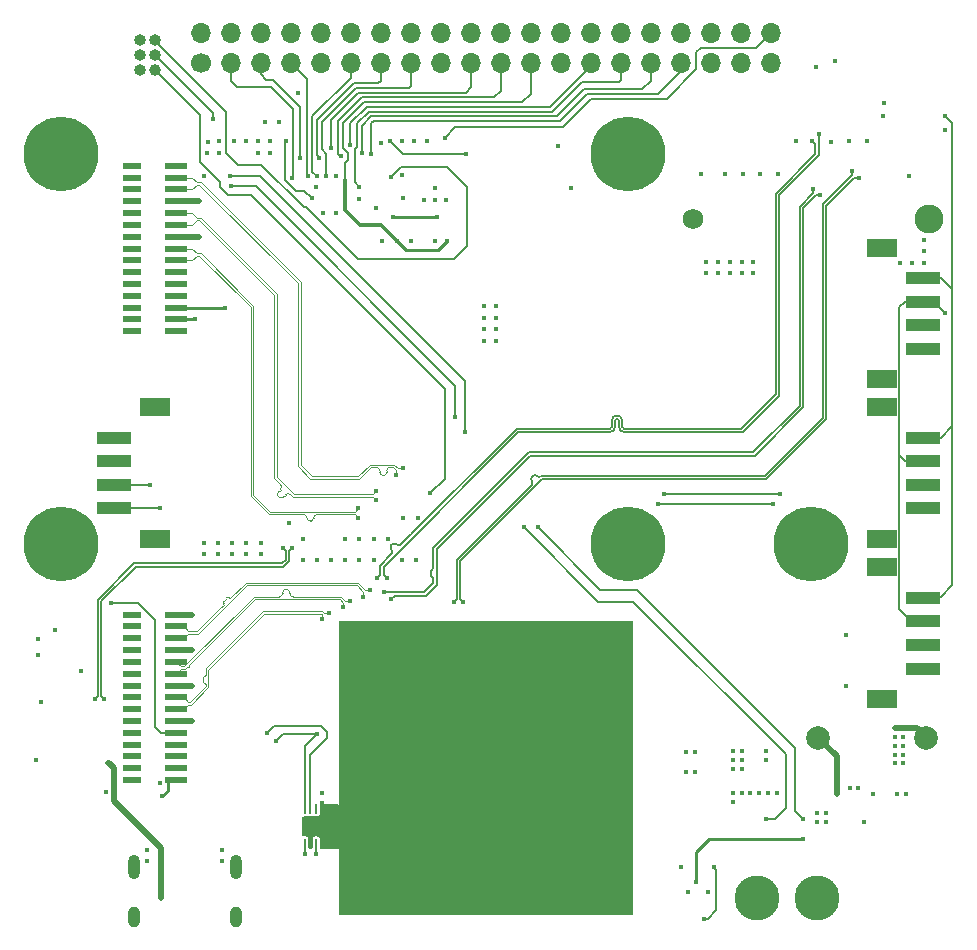
<source format=gbr>
%TF.GenerationSoftware,KiCad,Pcbnew,7.0.1*%
%TF.CreationDate,2023-05-02T11:52:01+02:00*%
%TF.ProjectId,Payload_cm4_23,5061796c-6f61-4645-9f63-6d345f32332e,rev?*%
%TF.SameCoordinates,Original*%
%TF.FileFunction,Copper,L4,Bot*%
%TF.FilePolarity,Positive*%
%FSLAX46Y46*%
G04 Gerber Fmt 4.6, Leading zero omitted, Abs format (unit mm)*
G04 Created by KiCad (PCBNEW 7.0.1) date 2023-05-02 11:52:01*
%MOMM*%
%LPD*%
G01*
G04 APERTURE LIST*
G04 Aperture macros list*
%AMRoundRect*
0 Rectangle with rounded corners*
0 $1 Rounding radius*
0 $2 $3 $4 $5 $6 $7 $8 $9 X,Y pos of 4 corners*
0 Add a 4 corners polygon primitive as box body*
4,1,4,$2,$3,$4,$5,$6,$7,$8,$9,$2,$3,0*
0 Add four circle primitives for the rounded corners*
1,1,$1+$1,$2,$3*
1,1,$1+$1,$4,$5*
1,1,$1+$1,$6,$7*
1,1,$1+$1,$8,$9*
0 Add four rect primitives between the rounded corners*
20,1,$1+$1,$2,$3,$4,$5,0*
20,1,$1+$1,$4,$5,$6,$7,0*
20,1,$1+$1,$6,$7,$8,$9,0*
20,1,$1+$1,$8,$9,$2,$3,0*%
G04 Aperture macros list end*
%TA.AperFunction,ComponentPad*%
%ADD10C,6.330000*%
%TD*%
%TA.AperFunction,ComponentPad*%
%ADD11C,1.000000*%
%TD*%
%TA.AperFunction,ComponentPad*%
%ADD12O,1.000000X1.000000*%
%TD*%
%TA.AperFunction,ComponentPad*%
%ADD13C,1.700000*%
%TD*%
%TA.AperFunction,ComponentPad*%
%ADD14O,1.700000X1.700000*%
%TD*%
%TA.AperFunction,SMDPad,CuDef*%
%ADD15R,25.000000X25.000000*%
%TD*%
%TA.AperFunction,ComponentPad*%
%ADD16C,1.750000*%
%TD*%
%TA.AperFunction,ComponentPad*%
%ADD17C,2.450000*%
%TD*%
%TA.AperFunction,ComponentPad*%
%ADD18O,1.000000X2.100000*%
%TD*%
%TA.AperFunction,ComponentPad*%
%ADD19O,1.000000X1.800000*%
%TD*%
%TA.AperFunction,ComponentPad*%
%ADD20C,3.800000*%
%TD*%
%TA.AperFunction,SMDPad,CuDef*%
%ADD21C,2.000000*%
%TD*%
%TA.AperFunction,SMDPad,CuDef*%
%ADD22R,3.000000X1.000000*%
%TD*%
%TA.AperFunction,SMDPad,CuDef*%
%ADD23R,2.600000X1.550000*%
%TD*%
%TA.AperFunction,SMDPad,CuDef*%
%ADD24RoundRect,0.062500X-0.062500X0.337500X-0.062500X-0.337500X0.062500X-0.337500X0.062500X0.337500X0*%
%TD*%
%TA.AperFunction,SMDPad,CuDef*%
%ADD25R,1.400000X1.700000*%
%TD*%
%TA.AperFunction,SMDPad,CuDef*%
%ADD26R,1.850000X0.600000*%
%TD*%
%TA.AperFunction,SMDPad,CuDef*%
%ADD27R,1.650000X0.600000*%
%TD*%
%TA.AperFunction,ViaPad*%
%ADD28C,0.500000*%
%TD*%
%TA.AperFunction,ViaPad*%
%ADD29C,0.450000*%
%TD*%
%TA.AperFunction,Conductor*%
%ADD30C,0.200000*%
%TD*%
%TA.AperFunction,Conductor*%
%ADD31C,0.175006*%
%TD*%
%TA.AperFunction,Conductor*%
%ADD32C,0.125984*%
%TD*%
%TA.AperFunction,Conductor*%
%ADD33C,0.500000*%
%TD*%
%TA.AperFunction,Conductor*%
%ADD34C,0.293370*%
%TD*%
%TA.AperFunction,Conductor*%
%ADD35C,0.300000*%
%TD*%
G04 APERTURE END LIST*
D10*
%TO.P,H4,1*%
%TO.N,N/C*%
X113300000Y-70100000D03*
%TD*%
D11*
%TO.P,J6,1,Pin_1*%
%TO.N,/Compute Module 4/USB_OTG_ID*%
X121300000Y-30000000D03*
D12*
%TO.P,J6,2,Pin_2*%
%TO.N,GND*%
X120030000Y-30000000D03*
%TO.P,J6,3,Pin_3*%
%TO.N,/Compute Module 4/BOOT*%
X121300000Y-28730000D03*
%TO.P,J6,4,Pin_4*%
%TO.N,GND*%
X120030000Y-28730000D03*
%TO.P,J6,5,Pin_5*%
%TO.N,/Compute Module 4/EEPROM_nWP*%
X121300000Y-27460000D03*
%TO.P,J6,6,Pin_6*%
%TO.N,GND*%
X120030000Y-27460000D03*
%TD*%
D13*
%TO.P,J5,1,Pin_1*%
%TO.N,/3V3_LP*%
X125175000Y-29375000D03*
D14*
%TO.P,J5,2,Pin_2*%
%TO.N,/Compute Module 4/5V*%
X125175000Y-26835000D03*
%TO.P,J5,3,Pin_3*%
%TO.N,/Compute Module 4/GPIO2*%
X127715000Y-29375000D03*
%TO.P,J5,4,Pin_4*%
%TO.N,/Compute Module 4/5V*%
X127715000Y-26835000D03*
%TO.P,J5,5,Pin_5*%
%TO.N,/Compute Module 4/GPIO3*%
X130255000Y-29375000D03*
%TO.P,J5,6,Pin_6*%
%TO.N,GND*%
X130255000Y-26835000D03*
%TO.P,J5,7,Pin_7*%
%TO.N,/Compute Module 4/GPIO4*%
X132795000Y-29375000D03*
%TO.P,J5,8,Pin_8*%
%TO.N,/Compute Module 4/GPIO14*%
X132795000Y-26835000D03*
%TO.P,J5,9,Pin_9*%
%TO.N,GND*%
X135335000Y-29375000D03*
%TO.P,J5,10,Pin_10*%
%TO.N,/Compute Module 4/GPIO15*%
X135335000Y-26835000D03*
%TO.P,J5,11,Pin_11*%
%TO.N,/Compute Module 4/GPIO17*%
X137875000Y-29375000D03*
%TO.P,J5,12,Pin_12*%
%TO.N,/Compute Module 4/GPIO18*%
X137875000Y-26835000D03*
%TO.P,J5,13,Pin_13*%
%TO.N,/Compute Module 4/GPIO27*%
X140415000Y-29375000D03*
%TO.P,J5,14,Pin_14*%
%TO.N,GND*%
X140415000Y-26835000D03*
%TO.P,J5,15,Pin_15*%
%TO.N,/Compute Module 4/GPIO22*%
X142955000Y-29375000D03*
%TO.P,J5,16,Pin_16*%
%TO.N,/Compute Module 4/GPIO23*%
X142955000Y-26835000D03*
%TO.P,J5,17,Pin_17*%
%TO.N,/3V3_LP*%
X145495000Y-29375000D03*
%TO.P,J5,18,Pin_18*%
%TO.N,/Compute Module 4/GPIO24*%
X145495000Y-26835000D03*
%TO.P,J5,19,Pin_19*%
%TO.N,/Compute Module 4/GPIO10*%
X148035000Y-29375000D03*
%TO.P,J5,20,Pin_20*%
%TO.N,GND*%
X148035000Y-26835000D03*
%TO.P,J5,21,Pin_21*%
%TO.N,/Compute Module 4/GPIO9*%
X150575000Y-29375000D03*
%TO.P,J5,22,Pin_22*%
%TO.N,/Compute Module 4/GPIO25*%
X150575000Y-26835000D03*
%TO.P,J5,23,Pin_23*%
%TO.N,/Compute Module 4/GPIO11*%
X153115000Y-29375000D03*
%TO.P,J5,24,Pin_24*%
%TO.N,/Compute Module 4/GPIO8*%
X153115000Y-26835000D03*
%TO.P,J5,25,Pin_25*%
%TO.N,GND*%
X155655000Y-29375000D03*
%TO.P,J5,26,Pin_26*%
%TO.N,/Compute Module 4/GPIO7*%
X155655000Y-26835000D03*
%TO.P,J5,27,Pin_27*%
%TO.N,/Compute Module 4/ID_SDA*%
X158195000Y-29375000D03*
%TO.P,J5,28,Pin_28*%
%TO.N,/Compute Module 4/ID_SCL*%
X158195000Y-26835000D03*
%TO.P,J5,29,Pin_29*%
%TO.N,/Compute Module 4/GPIO5*%
X160735000Y-29375000D03*
%TO.P,J5,30,Pin_30*%
%TO.N,GND*%
X160735000Y-26835000D03*
%TO.P,J5,31,Pin_31*%
%TO.N,/Compute Module 4/GPIO6*%
X163275000Y-29375000D03*
%TO.P,J5,32,Pin_32*%
%TO.N,/Compute Module 4/GPIO12*%
X163275000Y-26835000D03*
%TO.P,J5,33,Pin_33*%
%TO.N,/Compute Module 4/GPIO13*%
X165815000Y-29375000D03*
%TO.P,J5,34,Pin_34*%
%TO.N,GND*%
X165815000Y-26835000D03*
%TO.P,J5,35,Pin_35*%
%TO.N,/Compute Module 4/GPIO19*%
X168355000Y-29375000D03*
%TO.P,J5,36,Pin_36*%
%TO.N,/Compute Module 4/GPIO16*%
X168355000Y-26835000D03*
%TO.P,J5,37,Pin_37*%
%TO.N,/Compute Module 4/GPIO26*%
X170895000Y-29375000D03*
%TO.P,J5,38,Pin_38*%
%TO.N,/Compute Module 4/GPIO20*%
X170895000Y-26835000D03*
%TO.P,J5,39,Pin_39*%
%TO.N,GND*%
X173435000Y-29375000D03*
%TO.P,J5,40,Pin_40*%
%TO.N,/Compute Module 4/GPIO21*%
X173435000Y-26835000D03*
%TD*%
D15*
%TO.P,HS1,1*%
%TO.N,GND*%
X149300000Y-89100000D03*
%TD*%
D10*
%TO.P,H1,1*%
%TO.N,N/C*%
X161300000Y-37100000D03*
%TD*%
%TO.P,H9,1*%
%TO.N,N/C*%
X176800000Y-70100000D03*
%TD*%
D16*
%TO.P,J4,MH1*%
%TO.N,N/C*%
X166800000Y-42600000D03*
D17*
%TO.P,J4,MH2*%
X186800000Y-42600000D03*
%TD*%
D10*
%TO.P,H3,1*%
%TO.N,N/C*%
X161300000Y-70100000D03*
%TD*%
D18*
%TO.P,J1,S1,SHIELD*%
%TO.N,unconnected-(J1-SHIELD-PadS1)*%
X119480000Y-97495000D03*
D19*
X119480000Y-101675000D03*
D18*
X128120000Y-97495000D03*
D19*
X128120000Y-101675000D03*
%TD*%
D20*
%TO.P,J11,1,Pin_1*%
%TO.N,GND*%
X177300000Y-100100000D03*
%TO.P,J11,2,Pin_2*%
%TO.N,/Power/XT30_SUPPLY*%
X172300000Y-100100000D03*
%TD*%
D10*
%TO.P,H2,1*%
%TO.N,N/C*%
X113300000Y-37100000D03*
%TD*%
D21*
%TO.P,TP3,1,1*%
%TO.N,/3V3_HP*%
X186600000Y-86500000D03*
%TD*%
D22*
%TO.P,J10,1,Pin_1*%
%TO.N,/Compute Module 4/GPIO3*%
X186289160Y-74675000D03*
%TO.P,J10,2,Pin_2*%
%TO.N,/Compute Module 4/GPIO2*%
X186289160Y-76675000D03*
%TO.P,J10,3,Pin_3*%
%TO.N,Net-(J10-Pin_3)*%
X186289160Y-78675000D03*
%TO.P,J10,4,Pin_4*%
%TO.N,GND*%
X186289160Y-80675000D03*
D23*
%TO.P,J10,5*%
%TO.N,N/C*%
X182800000Y-72100000D03*
%TO.P,J10,6*%
X182800000Y-83250000D03*
%TD*%
D22*
%TO.P,J9,1,Pin_1*%
%TO.N,/Compute Module 4/GPIO3*%
X186300000Y-61100000D03*
%TO.P,J9,2,Pin_2*%
%TO.N,/Compute Module 4/GPIO2*%
X186300000Y-63100000D03*
%TO.P,J9,3,Pin_3*%
%TO.N,Net-(J9-Pin_3)*%
X186300000Y-65100000D03*
%TO.P,J9,4,Pin_4*%
%TO.N,GND*%
X186300000Y-67100000D03*
D23*
%TO.P,J9,5*%
%TO.N,N/C*%
X182810840Y-58525000D03*
%TO.P,J9,6*%
X182810840Y-69675000D03*
%TD*%
D24*
%TO.P,U6,1,SDA*%
%TO.N,/Compute Module 4/GPIO2*%
X133950000Y-92575000D03*
%TO.P,U6,2,SCL*%
%TO.N,/Compute Module 4/GPIO3*%
X134450000Y-92575000D03*
%TO.P,U6,3,Alert*%
%TO.N,unconnected-(U6-Alert-Pad3)*%
X134950000Y-92575000D03*
%TO.P,U6,4,GND*%
%TO.N,GND*%
X135450000Y-92575000D03*
%TO.P,U6,5,A2*%
X135450000Y-95475000D03*
%TO.P,U6,6,A1*%
%TO.N,/3V3_LP*%
X134950000Y-95475000D03*
%TO.P,U6,7,A0*%
%TO.N,GND*%
X134450000Y-95475000D03*
%TO.P,U6,8,V_{DD}*%
%TO.N,/3V3_LP*%
X133950000Y-95475000D03*
D25*
%TO.P,U6,9,EP/GND*%
%TO.N,GND*%
X134700000Y-94025000D03*
%TD*%
D21*
%TO.P,TP2,1,1*%
%TO.N,/Compute Module 4/5V*%
X177400000Y-86500000D03*
%TD*%
D22*
%TO.P,J8,1,Pin_1*%
%TO.N,/Compute Module 4/GPIO3*%
X186300000Y-47600000D03*
%TO.P,J8,2,Pin_2*%
%TO.N,/Compute Module 4/GPIO2*%
X186300000Y-49600000D03*
%TO.P,J8,3,Pin_3*%
%TO.N,/3V3_LP*%
X186300000Y-51600000D03*
%TO.P,J8,4,Pin_4*%
%TO.N,GND*%
X186300000Y-53600000D03*
D23*
%TO.P,J8,5*%
%TO.N,N/C*%
X182810840Y-45025000D03*
%TO.P,J8,6*%
X182810840Y-56175000D03*
%TD*%
D22*
%TO.P,J7,1,Pin_1*%
%TO.N,/Compute Module 4/GPIO3*%
X117800000Y-67100000D03*
%TO.P,J7,2,Pin_2*%
%TO.N,/Compute Module 4/GPIO2*%
X117800000Y-65100000D03*
%TO.P,J7,3,Pin_3*%
%TO.N,/3V3_LP*%
X117800000Y-63100000D03*
%TO.P,J7,4,Pin_4*%
%TO.N,GND*%
X117800000Y-61100000D03*
D23*
%TO.P,J7,5*%
%TO.N,N/C*%
X121289160Y-69675000D03*
%TO.P,J7,6*%
X121289160Y-58525000D03*
%TD*%
D26*
%TO.P,J2,1,Pin_1*%
%TO.N,GND*%
X123100000Y-76100000D03*
%TO.P,J2,2,Pin_2*%
%TO.N,/Compute Module 4/CAM0_D0_N*%
X123100000Y-77100000D03*
%TO.P,J2,3,Pin_3*%
%TO.N,/Compute Module 4/CAM0_D0_P*%
X123100000Y-78100000D03*
%TO.P,J2,4,Pin_4*%
%TO.N,GND*%
X123100000Y-79100000D03*
%TO.P,J2,5,Pin_5*%
%TO.N,/Compute Module 4/CAM0_D1_N*%
X123100000Y-80100000D03*
%TO.P,J2,6,Pin_6*%
%TO.N,/Compute Module 4/CAM0_D1_P*%
X123100000Y-81100000D03*
%TO.P,J2,7,Pin_7*%
%TO.N,GND*%
X123100000Y-82100000D03*
%TO.P,J2,8,Pin_8*%
%TO.N,/Compute Module 4/CAM0_C_N*%
X123100000Y-83100000D03*
%TO.P,J2,9,Pin_9*%
%TO.N,/Compute Module 4/CAM0_C_P*%
X123100000Y-84100000D03*
%TO.P,J2,10,Pin_10*%
%TO.N,GND*%
X123100000Y-85100000D03*
%TO.P,J2,11,Pin_11*%
%TO.N,/Compute Module 4/CAM_GPIO*%
X123100000Y-86100000D03*
%TO.P,J2,12,Pin_12*%
%TO.N,unconnected-(J2-Pin_12-Pad12)*%
X123100000Y-87100000D03*
%TO.P,J2,13,Pin_13*%
%TO.N,/Compute Module 4/ID_SCL*%
X123100000Y-88100000D03*
%TO.P,J2,14,Pin_14*%
%TO.N,/Compute Module 4/ID_SDA*%
X123100000Y-89100000D03*
%TO.P,J2,15,Pin_15*%
%TO.N,/3V3_LP*%
X123100000Y-90100000D03*
D27*
%TO.P,J2,16*%
%TO.N,N/C*%
X119350000Y-76100000D03*
%TO.P,J2,17*%
X119350000Y-77100000D03*
%TO.P,J2,18*%
X119350000Y-78100000D03*
%TO.P,J2,19*%
X119350000Y-79100000D03*
%TO.P,J2,20*%
X119350000Y-80100000D03*
%TO.P,J2,21*%
X119350000Y-81100000D03*
%TO.P,J2,22*%
X119350000Y-82100000D03*
%TO.P,J2,23*%
X119350000Y-83100000D03*
%TO.P,J2,24*%
X119350000Y-84100000D03*
%TO.P,J2,25*%
X119350000Y-85100000D03*
%TO.P,J2,26*%
X119350000Y-86100000D03*
%TO.P,J2,27*%
X119350000Y-87100000D03*
%TO.P,J2,28*%
X119350000Y-88100000D03*
%TO.P,J2,29*%
X119350000Y-89100000D03*
%TO.P,J2,30*%
X119350000Y-90100000D03*
%TD*%
D26*
%TO.P,J3,1,Pin_1*%
%TO.N,GND*%
X123050000Y-38100000D03*
%TO.P,J3,2,Pin_2*%
%TO.N,/Compute Module 4/CAM1_D0_N*%
X123050000Y-39100000D03*
%TO.P,J3,3,Pin_3*%
%TO.N,/Compute Module 4/CAM1_D0_P*%
X123050000Y-40100000D03*
%TO.P,J3,4,Pin_4*%
%TO.N,GND*%
X123050000Y-41100000D03*
%TO.P,J3,5,Pin_5*%
%TO.N,/Compute Module 4/CAM1_D1_N*%
X123050000Y-42100000D03*
%TO.P,J3,6,Pin_6*%
%TO.N,/Compute Module 4/CAM1_D1_P*%
X123050000Y-43100000D03*
%TO.P,J3,7,Pin_7*%
%TO.N,GND*%
X123050000Y-44100000D03*
%TO.P,J3,8,Pin_8*%
%TO.N,/Compute Module 4/CAM1_C_N*%
X123050000Y-45100000D03*
%TO.P,J3,9,Pin_9*%
%TO.N,/Compute Module 4/CAM1_C_P*%
X123050000Y-46100000D03*
%TO.P,J3,10,Pin_10*%
%TO.N,GND*%
X123050000Y-47100000D03*
%TO.P,J3,11,Pin_11*%
%TO.N,/Compute Module 4/CAM_GPIO*%
X123050000Y-48100000D03*
%TO.P,J3,12,Pin_12*%
%TO.N,unconnected-(J3-Pin_12-Pad12)*%
X123050000Y-49100000D03*
%TO.P,J3,13,Pin_13*%
%TO.N,/Compute Module 4/SCL0*%
X123050000Y-50100000D03*
%TO.P,J3,14,Pin_14*%
%TO.N,/Compute Module 4/SDA0*%
X123050000Y-51100000D03*
%TO.P,J3,15,Pin_15*%
%TO.N,/3V3_LP*%
X123050000Y-52100000D03*
D27*
%TO.P,J3,16*%
%TO.N,N/C*%
X119300000Y-38100000D03*
%TO.P,J3,17*%
X119300000Y-39100000D03*
%TO.P,J3,18*%
X119300000Y-40100000D03*
%TO.P,J3,19*%
X119300000Y-41100000D03*
%TO.P,J3,20*%
X119300000Y-42100000D03*
%TO.P,J3,21*%
X119300000Y-43100000D03*
%TO.P,J3,22*%
X119300000Y-44100000D03*
%TO.P,J3,23*%
X119300000Y-45100000D03*
%TO.P,J3,24*%
X119300000Y-46100000D03*
%TO.P,J3,25*%
X119300000Y-47100000D03*
%TO.P,J3,26*%
X119300000Y-48100000D03*
%TO.P,J3,27*%
X119300000Y-49100000D03*
%TO.P,J3,28*%
X119300000Y-50100000D03*
%TO.P,J3,29*%
X119300000Y-51100000D03*
%TO.P,J3,30*%
X119300000Y-52100000D03*
%TD*%
D28*
%TO.N,GND*%
X148350000Y-84000000D03*
D29*
X126600000Y-70000000D03*
D28*
X160250000Y-78000000D03*
X158350000Y-78000000D03*
X160250000Y-80000000D03*
X160250000Y-100000000D03*
X138250000Y-88000000D03*
X156350000Y-84000000D03*
X156350000Y-90000000D03*
X142350000Y-80000000D03*
D29*
X170200000Y-91200000D03*
X165800000Y-97500000D03*
X111650000Y-83500000D03*
D28*
X146350000Y-90000000D03*
D29*
X182050000Y-91250000D03*
D28*
X146350000Y-78000000D03*
X140350000Y-94000000D03*
X142350000Y-98000000D03*
D29*
X129000000Y-70000000D03*
X168100000Y-99600000D03*
D28*
X138250000Y-82000000D03*
D29*
X173950000Y-91200000D03*
D28*
X152350000Y-94000000D03*
X150350000Y-90000000D03*
X146350000Y-82000000D03*
D29*
X185100000Y-39000000D03*
D28*
X138250000Y-86000000D03*
X148350000Y-86000000D03*
D29*
X125400000Y-39000000D03*
D28*
X152350000Y-84000000D03*
X150350000Y-78000000D03*
X156350000Y-94000000D03*
D29*
X185200000Y-67100000D03*
D28*
X150350000Y-92000000D03*
D29*
X133850000Y-69700000D03*
D28*
X158350000Y-80000000D03*
X150350000Y-88000000D03*
D29*
X143400000Y-71450000D03*
D28*
X160250000Y-98000000D03*
D29*
X141000000Y-69700000D03*
D28*
X154350000Y-86000000D03*
X152350000Y-92000000D03*
D29*
X187400000Y-67100000D03*
X166250000Y-89450000D03*
D28*
X138250000Y-90000000D03*
D29*
X177350000Y-92900000D03*
X120600000Y-96920000D03*
D28*
X154350000Y-90000000D03*
X152350000Y-82000000D03*
D29*
X137400000Y-71450000D03*
D28*
X158350000Y-88000000D03*
D29*
X127800000Y-71000000D03*
D28*
X150350000Y-100000000D03*
X146350000Y-88000000D03*
X160250000Y-84000000D03*
X156350000Y-80000000D03*
X160250000Y-86000000D03*
X154350000Y-78000000D03*
D29*
X137400000Y-69700000D03*
D28*
X152350000Y-90000000D03*
X160250000Y-92000000D03*
X158350000Y-100000000D03*
D29*
X126600000Y-71000000D03*
X123050000Y-38100000D03*
X142200000Y-38900000D03*
D28*
X140350000Y-80000000D03*
D29*
X135000000Y-71450000D03*
D28*
X160250000Y-82000000D03*
X140350000Y-78000000D03*
X146350000Y-86000000D03*
X158350000Y-96000000D03*
D29*
X139800000Y-71450000D03*
D28*
X148350000Y-90000000D03*
D29*
X136200000Y-71450000D03*
D28*
X158350000Y-92000000D03*
D29*
X187400000Y-53600000D03*
D28*
X140350000Y-96000000D03*
X154350000Y-96000000D03*
X148350000Y-98000000D03*
D29*
X138600000Y-69700000D03*
X181550000Y-36000000D03*
D28*
X148350000Y-100000000D03*
D29*
X127000000Y-96000000D03*
D28*
X142350000Y-82000000D03*
X138250000Y-80000000D03*
X160250000Y-96000000D03*
X154350000Y-94000000D03*
X150350000Y-96000000D03*
D29*
X173200000Y-91200000D03*
D28*
X138250000Y-92000000D03*
D29*
X145000000Y-41000000D03*
D28*
X144350000Y-98000000D03*
D29*
X144300000Y-36000000D03*
X185200000Y-80600000D03*
D28*
X154350000Y-82000000D03*
D29*
X138600000Y-40900000D03*
D28*
X158350000Y-94000000D03*
X158350000Y-84000000D03*
X160250000Y-90000000D03*
D29*
X129000000Y-71000000D03*
X123600000Y-47100000D03*
D28*
X140350000Y-92000000D03*
X142350000Y-78000000D03*
X156350000Y-96000000D03*
D29*
X167550000Y-38800000D03*
X127800000Y-70000000D03*
D28*
X148350000Y-78000000D03*
X144350000Y-88000000D03*
X144350000Y-96000000D03*
X142350000Y-92000000D03*
D29*
X177350000Y-93650000D03*
X171050000Y-38800000D03*
X167000000Y-89450000D03*
X124400000Y-79100000D03*
X166400000Y-99600000D03*
D28*
X138250000Y-94000000D03*
X144350000Y-92000000D03*
X140350000Y-98000000D03*
X148350000Y-80000000D03*
D29*
X180850000Y-90750000D03*
D28*
X140350000Y-88000000D03*
X148350000Y-92000000D03*
X146350000Y-84000000D03*
X146350000Y-92000000D03*
D29*
X178900000Y-29200000D03*
X125000000Y-41100000D03*
D28*
X156350000Y-92000000D03*
X144350000Y-78000000D03*
D29*
X172450000Y-91200000D03*
D28*
X158350000Y-90000000D03*
D29*
X120600000Y-96000000D03*
D28*
X154350000Y-88000000D03*
D29*
X143550000Y-67900000D03*
X132600000Y-68300000D03*
D28*
X152350000Y-80000000D03*
D29*
X175550000Y-36000000D03*
X174050000Y-38800000D03*
D28*
X146350000Y-100000000D03*
X154350000Y-92000000D03*
X156350000Y-88000000D03*
D29*
X170200000Y-91950000D03*
X184150000Y-91250000D03*
D28*
X142350000Y-88000000D03*
D29*
X140400000Y-36200000D03*
X184900000Y-91250000D03*
D28*
X144350000Y-94000000D03*
D29*
X145000000Y-40000000D03*
X142300000Y-67900000D03*
D28*
X148350000Y-96000000D03*
X148350000Y-88000000D03*
X142350000Y-86000000D03*
D29*
X180100000Y-90750000D03*
X138600000Y-71450000D03*
X117100000Y-91150000D03*
X130600000Y-34350000D03*
X111400000Y-78120000D03*
D28*
X146350000Y-80000000D03*
X138250000Y-100000000D03*
X148350000Y-94000000D03*
D29*
X169550000Y-38800000D03*
X130250000Y-71000000D03*
X142200000Y-36000000D03*
X124400000Y-76100000D03*
D28*
X144350000Y-80000000D03*
X144350000Y-100000000D03*
X154350000Y-84000000D03*
D29*
X127000000Y-96920000D03*
D28*
X140350000Y-100000000D03*
D29*
X125000000Y-44100000D03*
D28*
X140350000Y-84000000D03*
X146350000Y-96000000D03*
X138250000Y-84000000D03*
D29*
X178550000Y-36050000D03*
X142200000Y-71450000D03*
X112800000Y-77400000D03*
D28*
X156350000Y-78000000D03*
X150350000Y-98000000D03*
X138250000Y-96000000D03*
X148350000Y-82000000D03*
X158350000Y-86000000D03*
D29*
X131800000Y-34350000D03*
X173000000Y-88400000D03*
X122700000Y-47100000D03*
D28*
X142350000Y-90000000D03*
X144350000Y-84000000D03*
D29*
X187400000Y-80600000D03*
D28*
X144350000Y-82000000D03*
X154350000Y-98000000D03*
X150350000Y-84000000D03*
X144350000Y-90000000D03*
X156350000Y-86000000D03*
X140350000Y-82000000D03*
D29*
X183000000Y-32800000D03*
D28*
X152350000Y-88000000D03*
X142350000Y-100000000D03*
X154350000Y-80000000D03*
D29*
X136600000Y-39000000D03*
X186300000Y-53600000D03*
D28*
X158350000Y-98000000D03*
X152350000Y-78000000D03*
D29*
X111200000Y-88400000D03*
X172550000Y-38800000D03*
D28*
X158350000Y-82000000D03*
D29*
X124400000Y-82100000D03*
D28*
X138250000Y-98000000D03*
D29*
X186300000Y-67100000D03*
X116750000Y-61100000D03*
D28*
X140350000Y-90000000D03*
X152350000Y-98000000D03*
X160250000Y-94000000D03*
D29*
X124400000Y-85100000D03*
X173000000Y-87650000D03*
D28*
X140350000Y-86000000D03*
X156350000Y-100000000D03*
D29*
X178100000Y-93650000D03*
X125400000Y-71000000D03*
X139800000Y-69700000D03*
D28*
X146350000Y-94000000D03*
X142350000Y-94000000D03*
X142350000Y-84000000D03*
X154350000Y-100000000D03*
D29*
X170950000Y-91200000D03*
D28*
X156350000Y-82000000D03*
X146350000Y-98000000D03*
D29*
X180050000Y-36000000D03*
D28*
X150350000Y-80000000D03*
X156350000Y-98000000D03*
D29*
X167000000Y-87700000D03*
X166250000Y-87700000D03*
D28*
X160250000Y-88000000D03*
X150350000Y-94000000D03*
X150350000Y-82000000D03*
X152350000Y-100000000D03*
D29*
X135440000Y-92030000D03*
X178100000Y-92900000D03*
X133400000Y-31900000D03*
X125400000Y-70000000D03*
D28*
X138250000Y-78000000D03*
D29*
X133800000Y-71450000D03*
X171700000Y-91200000D03*
X130250000Y-70000000D03*
X143200000Y-36000000D03*
D28*
X142350000Y-96000000D03*
X152350000Y-86000000D03*
X150350000Y-86000000D03*
D29*
X121720000Y-90310000D03*
X185200000Y-53600000D03*
D28*
X144350000Y-86000000D03*
X152350000Y-96000000D03*
D29*
%TO.N,/3V3_LP*%
X187400000Y-51600000D03*
X115000000Y-80900000D03*
X116750000Y-63100000D03*
X142300000Y-40800000D03*
X111400000Y-79500000D03*
X134950000Y-39925000D03*
X186300000Y-51600000D03*
X123600000Y-52100000D03*
X135450000Y-91200000D03*
X145900000Y-41000000D03*
X125700000Y-37000000D03*
X122700000Y-52100000D03*
X126700000Y-37000000D03*
X126700000Y-36000000D03*
X177292500Y-29742500D03*
X182950000Y-33850000D03*
X125750000Y-36050000D03*
X121890000Y-91490000D03*
X134950000Y-96400000D03*
X136600000Y-42100000D03*
X133950000Y-96400000D03*
X135500000Y-42100000D03*
X144100000Y-41000000D03*
X140000000Y-41650000D03*
%TO.N,/Compute Module 4/5V*%
X149150000Y-49950000D03*
X170950000Y-89150000D03*
X170950000Y-87650000D03*
X150150000Y-52950000D03*
X149150000Y-50950000D03*
X130000000Y-37000000D03*
X149150000Y-51950000D03*
X170200000Y-89150000D03*
X130000000Y-36000000D03*
X170200000Y-87650000D03*
X131000000Y-36000000D03*
X179000000Y-89750000D03*
X128000000Y-36000000D03*
X170950000Y-88400000D03*
X150150000Y-49950000D03*
X129000000Y-36000000D03*
X149150000Y-52950000D03*
X150150000Y-51950000D03*
X179000000Y-91250000D03*
X150150000Y-50950000D03*
X179000000Y-90500000D03*
X131000000Y-37000000D03*
X170200000Y-88400000D03*
%TO.N,/3V3_HP*%
X184650000Y-87950000D03*
X169950000Y-46200000D03*
X167950000Y-47200000D03*
X170950000Y-47200000D03*
X186400000Y-45300000D03*
X167950000Y-46200000D03*
X168950000Y-47200000D03*
X168950000Y-46200000D03*
X184650000Y-85700000D03*
X186400000Y-46300000D03*
X183900000Y-87950000D03*
X183900000Y-87200000D03*
X183900000Y-86450000D03*
X183900000Y-85700000D03*
X171950000Y-47200000D03*
X171950000Y-46200000D03*
X185400000Y-46300000D03*
X183900000Y-88700000D03*
X184650000Y-87200000D03*
X184400000Y-46300000D03*
X184650000Y-86450000D03*
X170950000Y-46200000D03*
X169950000Y-47200000D03*
X184650000Y-88700000D03*
X181276462Y-93676462D03*
X186400000Y-44400000D03*
%TO.N,/Compute Module 4/SCL0*%
X127200000Y-50100000D03*
%TO.N,/Compute Module 4/SDA0*%
X124700000Y-51100000D03*
%TO.N,/VUSB*%
X176150000Y-95100000D03*
X167100000Y-98700000D03*
X121800000Y-100100000D03*
X117350000Y-88700000D03*
%TO.N,/USB Slave/USB_D_P*%
X117000000Y-83250000D03*
X132900000Y-70473608D03*
%TO.N,/USB Slave/USB_D_N*%
X132100000Y-70473608D03*
X116200000Y-83250000D03*
%TO.N,/Compute Module 4/CAM0_D0_N*%
X139482843Y-74017157D03*
%TO.N,/Compute Module 4/CAM0_D0_P*%
X138917157Y-74582843D03*
%TO.N,/Compute Module 4/CAM0_D1_N*%
X137782843Y-74917157D03*
%TO.N,/Compute Module 4/CAM0_D1_P*%
X137217157Y-75482843D03*
%TO.N,/Compute Module 4/CAM0_C_N*%
X135982843Y-75917157D03*
%TO.N,/Compute Module 4/CAM0_C_P*%
X135417157Y-76482843D03*
%TO.N,/Compute Module 4/CAM_GPIO*%
X117600000Y-75100000D03*
X123100000Y-48100000D03*
%TO.N,/Compute Module 4/ID_SCL*%
X132400000Y-36000000D03*
X134570000Y-40850000D03*
X122500000Y-88100000D03*
%TO.N,/Compute Module 4/ID_SDA*%
X123400000Y-89100000D03*
X137800000Y-36300000D03*
%TO.N,/Compute Module 4/CAM1_D0_N*%
X142282843Y-63717157D03*
%TO.N,/Compute Module 4/CAM1_D0_P*%
X141717157Y-64282843D03*
%TO.N,/Compute Module 4/CAM1_D1_N*%
X140017344Y-65600000D03*
%TO.N,/Compute Module 4/CAM1_D1_P*%
X140017344Y-66400000D03*
%TO.N,/Compute Module 4/CAM1_C_N*%
X138517344Y-67100000D03*
%TO.N,/Compute Module 4/CAM1_C_P*%
X138517344Y-67900000D03*
%TO.N,/M2 SSD/PCIE_TX_N*%
X176917157Y-35982843D03*
X140100000Y-73000000D03*
%TO.N,/M2 SSD/PCIE_TX_P*%
X177482843Y-35417157D03*
X140900000Y-73000000D03*
%TO.N,/M2 SSD/PCIE_RX_N*%
X140717157Y-74217157D03*
X177017157Y-40017157D03*
%TO.N,/M2 SSD/PCIE_RX_P*%
X177582843Y-40582843D03*
X141282843Y-74782843D03*
%TO.N,/M2 SSD/PCIE_nRST*%
X164400000Y-65900000D03*
X174200000Y-65900000D03*
%TO.N,/M2 SSD/PCIE_CLK_nREQ*%
X163850000Y-66700000D03*
X173600000Y-66700000D03*
%TO.N,/M2 SSD/PCIE_CLK_N*%
X180317157Y-38531659D03*
X146600000Y-75000000D03*
%TO.N,/M2 SSD/PCIE_CLK_P*%
X147400000Y-75000000D03*
X180882843Y-39097345D03*
%TO.N,/Compute Module 4/GPIO2*%
X135000000Y-86200000D03*
X131550000Y-86800000D03*
X188200000Y-35050000D03*
X132900000Y-39100000D03*
X120900000Y-65100000D03*
X188175000Y-50550000D03*
%TO.N,/Compute Module 4/GPIO3*%
X121700000Y-67100000D03*
X133600000Y-37400000D03*
X130750000Y-86150000D03*
X188200000Y-33850000D03*
%TO.N,/Compute Module 4/GPIO4*%
X179800000Y-77850000D03*
X134214500Y-39000000D03*
X156550000Y-39950000D03*
%TO.N,/Compute Module 4/GPIO17*%
X135000000Y-39000000D03*
%TO.N,/Compute Module 4/GPIO27*%
X135200000Y-37400000D03*
%TO.N,/Compute Module 4/GPIO22*%
X135800000Y-39000000D03*
%TO.N,/Compute Module 4/GPIO10*%
X141400000Y-42400000D03*
X145200000Y-42400000D03*
X136200000Y-36600000D03*
%TO.N,/Compute Module 4/GPIO9*%
X137000000Y-37300000D03*
X143000000Y-44500000D03*
%TO.N,/Compute Module 4/GPIO11*%
X146000000Y-44450000D03*
X137350000Y-39350000D03*
X141800000Y-44500000D03*
%TO.N,/Compute Module 4/GPIO7*%
X145000000Y-44500000D03*
%TO.N,/Compute Module 4/GPIO5*%
X138600000Y-39900000D03*
%TO.N,/Compute Module 4/GPIO6*%
X138800000Y-37000000D03*
%TO.N,/Compute Module 4/GPIO12*%
X179800000Y-82150000D03*
X155400000Y-36400000D03*
%TO.N,/Compute Module 4/GPIO13*%
X139600000Y-37100000D03*
%TO.N,/Compute Module 4/GPIO21*%
X145800000Y-35700000D03*
%TO.N,/Compute Module 4/BOOT*%
X126200000Y-34100000D03*
%TO.N,/Compute Module 4/USB_OTG_ID*%
X144600000Y-65800000D03*
%TO.N,/Compute Module 4/EEPROM_nWP*%
X141300000Y-39050000D03*
%TO.N,Net-(J9-Pin_3)*%
X186350000Y-65075000D03*
X185200000Y-65075000D03*
X187375000Y-65075000D03*
%TO.N,Net-(J10-Pin_3)*%
X185200000Y-78675000D03*
X186289160Y-78675000D03*
X187400000Y-78675000D03*
%TO.N,/Compute Module 4/LED_GREEN*%
X147600000Y-37100000D03*
X141200000Y-35985500D03*
%TO.N,/Compute Module 4/ADC0*%
X152500000Y-68700000D03*
X173000000Y-93400000D03*
X127690000Y-39830000D03*
X146700000Y-59400000D03*
%TO.N,/Compute Module 4/ADC1*%
X153700000Y-68700000D03*
X147500000Y-60600000D03*
X176150000Y-93400000D03*
X127675000Y-39000000D03*
%TO.N,Net-(D2-K)*%
X168600000Y-97500000D03*
X167800000Y-101825000D03*
%TO.N,/Compute Module 4/GPIO8*%
X140550000Y-44500000D03*
%TD*%
D30*
%TO.N,/Compute Module 4/ADC0*%
X173000000Y-93400000D02*
X173800000Y-93400000D01*
X158800000Y-75000000D02*
X152500000Y-68700000D01*
X173800000Y-93400000D02*
X174700000Y-92500000D01*
X174700000Y-92500000D02*
X174700000Y-87900000D01*
X174700000Y-87900000D02*
X161800000Y-75000000D01*
X161800000Y-75000000D02*
X158800000Y-75000000D01*
%TO.N,/Compute Module 4/ADC1*%
X175500000Y-87400000D02*
X162100000Y-74000000D01*
X175500000Y-92750000D02*
X175500000Y-87400000D01*
X162100000Y-74000000D02*
X159000000Y-74000000D01*
X176150000Y-93400000D02*
X175500000Y-92750000D01*
X159000000Y-74000000D02*
X153700000Y-68700000D01*
D31*
%TO.N,/M2 SSD/PCIE_TX_N*%
X140361697Y-72738303D02*
X140100000Y-73000000D01*
X140361697Y-71942713D02*
X140361697Y-72738303D01*
X141303675Y-71000733D02*
X140361697Y-71942713D01*
X143000733Y-69303677D02*
X142152205Y-70152205D01*
X143000736Y-69303677D02*
X143000733Y-69303677D01*
X159800000Y-60361697D02*
X151942713Y-60361697D01*
X159961697Y-59661697D02*
X159961697Y-60200000D01*
X160838303Y-60200000D02*
X160838303Y-59661697D01*
X170942713Y-60361697D02*
X161000000Y-60361697D01*
X141303674Y-71000734D02*
X141303675Y-71000733D01*
X173861697Y-57442713D02*
X170942713Y-60361697D01*
X173861697Y-40442713D02*
X173861697Y-57442713D01*
X177206237Y-37098173D02*
X173861697Y-40442713D01*
X177206237Y-36271923D02*
X177206237Y-37098173D01*
X141303675Y-70152204D02*
X141303675Y-70152205D01*
X176917157Y-35982843D02*
X177206237Y-36271923D01*
X151942713Y-60361697D02*
X143000736Y-69303677D01*
X141727939Y-70152205D02*
X141727940Y-70152205D01*
X141303673Y-71000733D02*
G75*
G03*
X141303675Y-70576469I-212173J212133D01*
G01*
X141303638Y-70152168D02*
G75*
G03*
X141303675Y-70576469I212162J-212132D01*
G01*
X141727933Y-70152212D02*
G75*
G03*
X141303675Y-70152204I-212133J-212088D01*
G01*
X141727939Y-70152205D02*
G75*
G03*
X142152205Y-70152205I212133J212134D01*
G01*
X159800000Y-60361697D02*
G75*
G03*
X159961697Y-60200000I0J161697D01*
G01*
X160838306Y-59661697D02*
G75*
G03*
X160400000Y-59223394I-438306J-3D01*
G01*
X160400000Y-59223397D02*
G75*
G03*
X159961697Y-59661697I0J-438303D01*
G01*
X160838303Y-60200000D02*
G75*
G03*
X161000000Y-60361697I161697J0D01*
G01*
%TO.N,/M2 SSD/PCIE_TX_P*%
X140638303Y-72738303D02*
X140900000Y-73000000D01*
X140638303Y-72057287D02*
X140638303Y-72738303D01*
X152057287Y-60638303D02*
X140638303Y-72057287D01*
X159800000Y-60638303D02*
X159670918Y-60638303D01*
X160238303Y-59661697D02*
X160238303Y-60200000D01*
X160561697Y-60200000D02*
X160561697Y-59661697D01*
X177482843Y-37212747D02*
X174138303Y-40557287D01*
X177482843Y-35417157D02*
X177482843Y-37212747D01*
X171057287Y-60638303D02*
X161000000Y-60638303D01*
X160400000Y-59500003D02*
G75*
G03*
X160238303Y-59661697I0J-161697D01*
G01*
X174138303Y-57557287D02*
X171057287Y-60638303D01*
X159800000Y-60638303D02*
G75*
G03*
X160238303Y-60200000I0J438303D01*
G01*
X159670918Y-60638303D02*
X152057287Y-60638303D01*
X174138303Y-40557287D02*
X174138303Y-57557287D01*
X160561700Y-59661697D02*
G75*
G03*
X160400000Y-59500000I-161700J-3D01*
G01*
X160561697Y-60200000D02*
G75*
G03*
X161000000Y-60638303I438303J0D01*
G01*
D32*
%TO.N,/Compute Module 4/CAM0_D1_N*%
X123486207Y-80486207D02*
X123100000Y-80100000D01*
X123752865Y-80486207D02*
X123486207Y-80486207D01*
X129652864Y-74586208D02*
X123752865Y-80486207D01*
X129950000Y-74586208D02*
X129652864Y-74586208D01*
X131800000Y-74586208D02*
X129950000Y-74586208D01*
X132100000Y-74242891D02*
X132100000Y-74286208D01*
X137378084Y-74917157D02*
X137047135Y-74586208D01*
X131800000Y-74586200D02*
G75*
G03*
X132100000Y-74286208I0J300000D01*
G01*
X132400000Y-73942900D02*
G75*
G03*
X132100000Y-74242891I0J-300000D01*
G01*
X137782843Y-74917157D02*
X137378084Y-74917157D01*
X132700009Y-74242891D02*
G75*
G03*
X132400000Y-73942891I-300009J-9D01*
G01*
X132700000Y-74286208D02*
X132700000Y-74242891D01*
X137047135Y-74586208D02*
X133000000Y-74586208D01*
X132699992Y-74286208D02*
G75*
G03*
X133000000Y-74586208I300008J8D01*
G01*
%TO.N,/Compute Module 4/CAM0_C_N*%
X135578084Y-75917157D02*
X135982843Y-75917157D01*
X130452864Y-75786208D02*
X135447135Y-75786208D01*
X125586208Y-80652864D02*
X130452864Y-75786208D01*
X125586208Y-80800000D02*
X125586208Y-80652864D01*
X135447135Y-75786208D02*
X135578084Y-75917157D01*
X125586208Y-81192292D02*
X125586208Y-80800000D01*
X125378499Y-81792292D02*
X125378499Y-81400000D01*
X125586208Y-82152864D02*
X125586208Y-82000000D01*
X125482354Y-81896146D02*
X125482353Y-81896146D01*
X123725000Y-83100000D02*
X124111208Y-83486208D01*
X123100000Y-83100000D02*
X123725000Y-83100000D01*
X125482354Y-81296108D02*
G75*
G03*
X125586208Y-81192292I46J103808D01*
G01*
X124252864Y-83486208D02*
X125586208Y-82152864D01*
X125378554Y-81792292D02*
G75*
G03*
X125482353Y-81896146I103846J-8D01*
G01*
X125482353Y-81296099D02*
G75*
G03*
X125378499Y-81400000I47J-103901D01*
G01*
X125586254Y-82000000D02*
G75*
G03*
X125482354Y-81896146I-103854J0D01*
G01*
X125482353Y-81296146D02*
X125482354Y-81296146D01*
X124111208Y-83486208D02*
X124252864Y-83486208D01*
%TO.N,/Compute Module 4/CAM0_D0_N*%
X123725000Y-77100000D02*
X123100000Y-77100000D01*
X124111208Y-77486208D02*
X123725000Y-77100000D01*
X124852864Y-77486208D02*
X124111208Y-77486208D01*
X126821007Y-75518064D02*
X124852864Y-77486208D01*
X127092214Y-75246855D02*
X126821007Y-75518064D01*
X127092213Y-75093799D02*
X127092214Y-75093799D01*
X127363422Y-74669535D02*
X127092214Y-74940742D01*
X127516479Y-74669536D02*
X127516478Y-74669535D01*
X127516478Y-74669536D02*
X127516479Y-74669536D01*
X128952864Y-73386208D02*
X127669536Y-74669536D01*
X139078084Y-74017157D02*
X138447135Y-73386208D01*
X139482843Y-74017157D02*
X139078084Y-74017157D01*
X127092186Y-75246827D02*
G75*
G03*
X127092213Y-75093800I-76486J76527D01*
G01*
X127092243Y-74940771D02*
G75*
G03*
X127092213Y-75093799I76457J-76529D01*
G01*
X138447135Y-73386208D02*
X128952864Y-73386208D01*
X127516477Y-74669536D02*
G75*
G03*
X127363423Y-74669536I-76527J-76527D01*
G01*
X127516478Y-74669536D02*
G75*
G03*
X127669536Y-74669536I76529J76530D01*
G01*
%TO.N,/Compute Module 4/CAM1_C_P*%
X124437501Y-46100000D02*
X123050000Y-46100000D01*
X129386208Y-50047136D02*
X125052864Y-45713792D01*
X130952864Y-67613792D02*
X129386208Y-66047136D01*
X133800000Y-67613794D02*
X130952864Y-67613792D01*
X133861974Y-67613797D02*
X133800000Y-67613794D01*
X133861973Y-67613797D02*
X133861974Y-67613797D01*
X134130987Y-67882809D02*
X134130986Y-67882808D01*
X125052864Y-45713792D02*
X124823709Y-45713792D01*
X134130987Y-67882810D02*
X134130987Y-67882809D01*
X134461976Y-68151820D02*
X134400000Y-68151821D01*
X134461977Y-68151820D02*
X134461976Y-68151820D01*
X134730988Y-67882805D02*
X134730988Y-67882806D01*
X138517344Y-67900000D02*
X138231137Y-67613793D01*
X124823709Y-45713792D02*
X124437501Y-46100000D01*
X134730988Y-67882806D02*
X134730988Y-67882807D01*
X134131003Y-67882808D02*
G75*
G03*
X133861973Y-67613797I-269003J8D01*
G01*
X134130979Y-67882810D02*
G75*
G03*
X134400000Y-68151821I269021J10D01*
G01*
X134461977Y-68151788D02*
G75*
G03*
X134730988Y-67882807I23J268988D01*
G01*
X135000000Y-67613788D02*
G75*
G03*
X134730988Y-67882805I0J-269012D01*
G01*
X138231137Y-67613793D02*
X135000000Y-67613793D01*
X129386208Y-66047136D02*
X129386208Y-50047136D01*
%TO.N,/Compute Module 4/CAM1_D1_P*%
X132952864Y-66113792D02*
X139731137Y-66113793D01*
X132768064Y-65928992D02*
X132952864Y-66113792D01*
X132157203Y-66115588D02*
X132343799Y-65928991D01*
X132157204Y-66115587D02*
X132157203Y-66115588D01*
X131919536Y-65504728D02*
X131732939Y-65691324D01*
X131919535Y-65504729D02*
X131919536Y-65504728D01*
X131386208Y-64547136D02*
X131919536Y-65080464D01*
X131386208Y-49047136D02*
X131386208Y-64547136D01*
X139731137Y-66113793D02*
X140017344Y-66400000D01*
X124823709Y-42713792D02*
X125052864Y-42713792D01*
X123050000Y-43100000D02*
X124437501Y-43100000D01*
X131732968Y-66115559D02*
G75*
G03*
X132157204Y-66115587I212132J212059D01*
G01*
X132768063Y-65928991D02*
X132768064Y-65928992D01*
X125052864Y-42713792D02*
X131386208Y-49047136D01*
X131732983Y-65691368D02*
G75*
G03*
X131732939Y-66115588I212117J-212132D01*
G01*
X131919539Y-65504733D02*
G75*
G03*
X131919536Y-65080464I-212139J212133D01*
G01*
X132768062Y-65928992D02*
G75*
G03*
X132343800Y-65928992I-212131J-212131D01*
G01*
X124437501Y-43100000D02*
X124823709Y-42713792D01*
%TO.N,/Compute Module 4/CAM1_D0_P*%
X141717157Y-63878084D02*
X141717157Y-64282843D01*
X141452865Y-63613792D02*
X141717157Y-63878084D01*
X141200000Y-63613792D02*
X141452865Y-63613792D01*
X140900000Y-64023450D02*
X140900000Y-63913792D01*
X140300000Y-63913792D02*
X140300000Y-64023450D01*
X139547136Y-63613792D02*
X140000000Y-63613792D01*
X138547136Y-64613792D02*
X139547136Y-63613792D01*
X134452864Y-64613792D02*
X138547136Y-64613792D01*
X133386208Y-63547136D02*
X134452864Y-64613792D01*
X133386208Y-48047136D02*
X133386208Y-63547136D01*
X125052864Y-39713792D02*
X133386208Y-48047136D01*
X124823709Y-39713792D02*
X125052864Y-39713792D01*
X140299950Y-64023450D02*
G75*
G03*
X140600000Y-64323450I300050J50D01*
G01*
X123050000Y-40100000D02*
X124437501Y-40100000D01*
X141200000Y-63613800D02*
G75*
G03*
X140900000Y-63913792I0J-300000D01*
G01*
X124437501Y-40100000D02*
X124823709Y-39713792D01*
X140300008Y-63913792D02*
G75*
G03*
X140000000Y-63613792I-300008J-8D01*
G01*
X140600000Y-64323400D02*
G75*
G03*
X140900000Y-64023450I0J300000D01*
G01*
D31*
%TO.N,/M2 SSD/PCIE_CLK_N*%
X153094184Y-65210225D02*
X146861697Y-71442713D01*
X153196139Y-65108268D02*
X153094184Y-65210225D01*
X153298096Y-64361696D02*
X153196139Y-64463652D01*
X153620405Y-64361697D02*
X153620404Y-64361696D01*
X172942713Y-64361697D02*
X153942713Y-64361697D01*
X177861697Y-59442713D02*
X172942713Y-64361697D01*
X180317157Y-38901755D02*
X177861697Y-41357215D01*
X180317157Y-38531659D02*
X180317157Y-38901755D01*
X153196133Y-64463646D02*
G75*
G03*
X153196139Y-64785960I161167J-161154D01*
G01*
X146861697Y-74738303D02*
X146600000Y-75000000D01*
X177861697Y-41357215D02*
X177861697Y-59442713D01*
X153620403Y-64361697D02*
G75*
G03*
X153298097Y-64361697I-161153J-161154D01*
G01*
X153620406Y-64361696D02*
G75*
G03*
X153942712Y-64361696I161153J161154D01*
G01*
X153196125Y-65108254D02*
G75*
G03*
X153196139Y-64785960I-161125J161154D01*
G01*
X146861697Y-71442713D02*
X146861697Y-74738303D01*
%TO.N,/M2 SSD/PCIE_RX_N*%
X177017157Y-40387253D02*
X177017157Y-40017157D01*
X175861697Y-41542713D02*
X177017157Y-40387253D01*
X175861697Y-58442713D02*
X175861697Y-41542713D01*
X171942713Y-62361697D02*
X175861697Y-58442713D01*
X144861697Y-70442713D02*
X152942713Y-62361697D01*
X144861697Y-71800000D02*
X144861697Y-70442713D01*
X144861697Y-72188452D02*
X144861697Y-71800000D01*
X144755922Y-72294226D02*
X144755923Y-72294226D01*
X144650148Y-72788452D02*
X144650148Y-72400000D01*
X144755923Y-72894226D02*
X144755922Y-72894226D01*
X140717157Y-74217157D02*
X144087253Y-74217157D01*
X144755922Y-72294248D02*
G75*
G03*
X144650148Y-72400000I-22J-105752D01*
G01*
X144861697Y-73442713D02*
X144861697Y-73000000D01*
X144650174Y-72788452D02*
G75*
G03*
X144755922Y-72894226I105726J-48D01*
G01*
X144087253Y-74217157D02*
X144861697Y-73442713D01*
X144861674Y-73000000D02*
G75*
G03*
X144755923Y-72894226I-105774J0D01*
G01*
X144755923Y-72294297D02*
G75*
G03*
X144861697Y-72188452I-23J105797D01*
G01*
X152942713Y-62361697D02*
X171942713Y-62361697D01*
D33*
%TO.N,GND*%
X123100000Y-76100000D02*
X124400000Y-76100000D01*
D34*
X186289160Y-67100000D02*
X187400000Y-67100000D01*
D30*
X134450000Y-94275000D02*
X134700000Y-94025000D01*
X134450000Y-95475000D02*
X134450000Y-94275000D01*
D33*
X123100000Y-79100000D02*
X124400000Y-79100000D01*
X117800000Y-61100000D02*
X116750000Y-61100000D01*
D30*
X135450000Y-94775000D02*
X134700000Y-94025000D01*
X135450000Y-95475000D02*
X135450000Y-94775000D01*
D34*
X186289160Y-80600000D02*
X187400000Y-80600000D01*
D33*
X138225000Y-94025000D02*
X138250000Y-94000000D01*
D34*
X186289160Y-53600000D02*
X187400000Y-53600000D01*
D33*
X123050000Y-41100000D02*
X125000000Y-41100000D01*
D34*
X186289160Y-80600000D02*
X185200000Y-80600000D01*
D30*
X135450000Y-92575000D02*
X135450000Y-92040000D01*
X135450000Y-92040000D02*
X135440000Y-92030000D01*
D34*
X186289160Y-67100000D02*
X185200000Y-67100000D01*
D33*
X123100000Y-82100000D02*
X124400000Y-82100000D01*
D34*
X186289160Y-53600000D02*
X185200000Y-53600000D01*
D33*
X123050000Y-44100000D02*
X125000000Y-44100000D01*
X123100000Y-85100000D02*
X124400000Y-85100000D01*
X134700000Y-94025000D02*
X138225000Y-94025000D01*
D34*
%TO.N,/3V3_LP*%
X123100000Y-90100000D02*
X122390000Y-90100000D01*
X122390000Y-90100000D02*
X122390000Y-90990000D01*
D33*
X117800000Y-63100000D02*
X116750000Y-63100000D01*
D34*
X122390000Y-90990000D02*
X121890000Y-91490000D01*
D30*
X133950000Y-95475000D02*
X133950000Y-96400000D01*
D33*
X123100000Y-90100000D02*
X122650000Y-90100000D01*
D30*
X134950000Y-95475000D02*
X134950000Y-96400000D01*
D33*
%TO.N,/Compute Module 4/5V*%
X179000000Y-88100000D02*
X177400000Y-86500000D01*
X179000000Y-91250000D02*
X179000000Y-88100000D01*
%TO.N,/3V3_HP*%
X183900000Y-85700000D02*
X185800000Y-85700000D01*
X185800000Y-85700000D02*
X186600000Y-86500000D01*
D34*
%TO.N,/Compute Module 4/SCL0*%
X127200000Y-50100000D02*
X123050000Y-50100000D01*
%TO.N,/Compute Module 4/SDA0*%
X123050000Y-51100000D02*
X124700000Y-51100000D01*
D33*
%TO.N,/VUSB*%
X121800000Y-95850000D02*
X121800000Y-100100000D01*
X117350000Y-88700000D02*
X117400000Y-88700000D01*
X117400000Y-88700000D02*
X117800000Y-89100000D01*
X117800000Y-89100000D02*
X117800000Y-91850000D01*
D34*
X168200000Y-95100000D02*
X167100000Y-96200000D01*
X176150000Y-95100000D02*
X168200000Y-95100000D01*
X167100000Y-96200000D02*
X167100000Y-98700000D01*
D33*
X117800000Y-91850000D02*
X121800000Y-95850000D01*
D31*
%TO.N,/USB Slave/USB_D_P*%
X132638303Y-71557287D02*
X132638303Y-70735305D01*
X119657287Y-72038303D02*
X132157287Y-72038303D01*
X117000000Y-83250000D02*
X116738303Y-82988303D01*
X132157287Y-72038303D02*
X132638303Y-71557287D01*
X116738303Y-74957287D02*
X119657287Y-72038303D01*
X116738303Y-82988303D02*
X116738303Y-74957287D01*
X132638303Y-70735305D02*
X132900000Y-70473608D01*
%TO.N,/USB Slave/USB_D_N*%
X119542713Y-71761697D02*
X132042713Y-71761697D01*
X132042713Y-71761697D02*
X132361697Y-71442713D01*
X132361697Y-71442713D02*
X132361697Y-70735305D01*
X116200000Y-83250000D02*
X116461697Y-82988303D01*
X116461697Y-82988303D02*
X116461697Y-74842713D01*
X116461697Y-74842713D02*
X119542713Y-71761697D01*
X132361697Y-70735305D02*
X132100000Y-70473608D01*
D32*
%TO.N,/Compute Module 4/CAM0_D0_P*%
X124111208Y-77713792D02*
X124947136Y-77713792D01*
X138917157Y-74178084D02*
X138917157Y-74582843D01*
X124947136Y-77713792D02*
X129047136Y-73613792D01*
X138352865Y-73613792D02*
X138917157Y-74178084D01*
X123725000Y-78100000D02*
X124111208Y-77713792D01*
X123100000Y-78100000D02*
X123725000Y-78100000D01*
X129047136Y-73613792D02*
X138352865Y-73613792D01*
%TO.N,/Compute Module 4/CAM0_D1_P*%
X124177992Y-80382936D02*
X129747136Y-74813792D01*
X136952865Y-74813792D02*
X137217157Y-75078084D01*
X129747136Y-74813792D02*
X136952865Y-74813792D01*
X123100000Y-81100000D02*
X123486207Y-80713793D01*
X124177992Y-80552992D02*
X124177992Y-80382936D01*
X124007936Y-80552992D02*
X124177992Y-80552992D01*
X123847135Y-80713793D02*
X124007936Y-80552992D01*
X137217157Y-75078084D02*
X137217157Y-75482843D01*
X123486207Y-80713793D02*
X123847135Y-80713793D01*
%TO.N,/Compute Module 4/CAM0_C_P*%
X135352865Y-76013792D02*
X135417157Y-76078084D01*
X130547136Y-76013792D02*
X135352865Y-76013792D01*
X123725000Y-84100000D02*
X124111208Y-83713792D01*
X123100000Y-84100000D02*
X123725000Y-84100000D01*
X124111208Y-83713792D02*
X124347136Y-83713792D01*
X124347136Y-83713792D02*
X125813792Y-82247136D01*
X135417157Y-76078084D02*
X135417157Y-76482843D01*
X125813792Y-82247136D02*
X125813792Y-80747136D01*
X125813792Y-80747136D02*
X130547136Y-76013792D01*
D30*
%TO.N,/Compute Module 4/CAM_GPIO*%
X121800000Y-86100000D02*
X123100000Y-86100000D01*
X117600000Y-75100000D02*
X119855000Y-75100000D01*
X121300000Y-85600000D02*
X121800000Y-86100000D01*
X119855000Y-75100000D02*
X121300000Y-76545000D01*
X121300000Y-76545000D02*
X121300000Y-85600000D01*
%TO.N,/Compute Module 4/ID_SCL*%
X123100000Y-88100000D02*
X122500000Y-88100000D01*
X132300000Y-36100000D02*
X132400000Y-36000000D01*
X123100000Y-88100000D02*
X123705000Y-88100000D01*
X133200000Y-40200000D02*
X132300000Y-39300000D01*
X132300000Y-39300000D02*
X132300000Y-36100000D01*
X133920000Y-40200000D02*
X133200000Y-40200000D01*
X134570000Y-40850000D02*
X133920000Y-40200000D01*
%TO.N,/Compute Module 4/ID_SDA*%
X158195000Y-29605000D02*
X158195000Y-29375000D01*
X157725000Y-29375000D02*
X158195000Y-29375000D01*
X137800000Y-34500000D02*
X139200000Y-33100000D01*
X154700000Y-33100000D02*
X158195000Y-29605000D01*
X139200000Y-33100000D02*
X154700000Y-33100000D01*
X137800000Y-36300000D02*
X137800000Y-34500000D01*
D32*
%TO.N,/Compute Module 4/CAM1_D0_N*%
X123050000Y-39100000D02*
X124437501Y-39100000D01*
X141878084Y-63717157D02*
X142282843Y-63717157D01*
X139452864Y-63386208D02*
X141547135Y-63386208D01*
X133613792Y-63452864D02*
X134547136Y-64386208D01*
X124823709Y-39486208D02*
X125147136Y-39486208D01*
X124437501Y-39100000D02*
X124823709Y-39486208D01*
X141547135Y-63386208D02*
X141878084Y-63717157D01*
X138452864Y-64386208D02*
X139452864Y-63386208D01*
X134547136Y-64386208D02*
X138452864Y-64386208D01*
X133613792Y-47952864D02*
X133613792Y-63452864D01*
X125147136Y-39486208D02*
X133613792Y-47952864D01*
%TO.N,/Compute Module 4/CAM1_D1_N*%
X131613792Y-64452864D02*
X133047136Y-65886208D01*
X139731137Y-65886207D02*
X140017344Y-65600000D01*
X125147136Y-42486208D02*
X131613792Y-48952864D01*
X123050000Y-42100000D02*
X124437501Y-42100000D01*
X131613792Y-48952864D02*
X131613792Y-64452864D01*
X124823709Y-42486208D02*
X125147136Y-42486208D01*
X133047136Y-65886208D02*
X139731137Y-65886207D01*
X124437501Y-42100000D02*
X124823709Y-42486208D01*
%TO.N,/Compute Module 4/CAM1_C_N*%
X131047136Y-67386208D02*
X138231137Y-67386207D01*
X124437501Y-45100000D02*
X124823709Y-45486208D01*
X124823709Y-45486208D02*
X125147136Y-45486208D01*
X125147136Y-45486208D02*
X129613792Y-49952864D01*
X129613792Y-49952864D02*
X129613792Y-65952864D01*
X138231137Y-67386207D02*
X138517344Y-67100000D01*
X129613792Y-65952864D02*
X131047136Y-67386208D01*
X123050000Y-45100000D02*
X124437501Y-45100000D01*
D31*
%TO.N,/M2 SSD/PCIE_RX_P*%
X177582843Y-40582843D02*
X177212747Y-40582843D01*
X177212747Y-40582843D02*
X176138303Y-41657287D01*
X172057287Y-62638303D02*
X153057287Y-62638303D01*
X176138303Y-41657287D02*
X176138303Y-58557287D01*
X144201827Y-74493763D02*
X141571923Y-74493763D01*
X176138303Y-58557287D02*
X172057287Y-62638303D01*
X153057287Y-62638303D02*
X145138303Y-70557287D01*
X141571923Y-74493763D02*
X141282843Y-74782843D01*
X145138303Y-70557287D02*
X145138303Y-73557287D01*
X145138303Y-73557287D02*
X144201827Y-74493763D01*
D30*
%TO.N,/M2 SSD/PCIE_nRST*%
X164400000Y-65900000D02*
X174200000Y-65900000D01*
%TO.N,/M2 SSD/PCIE_CLK_nREQ*%
X173600000Y-66700000D02*
X163850000Y-66700000D01*
D31*
%TO.N,/M2 SSD/PCIE_CLK_P*%
X154057287Y-64638303D02*
X147138303Y-71557287D01*
X147138303Y-71557287D02*
X147138303Y-74738303D01*
X180882843Y-39097345D02*
X180512747Y-39097345D01*
X180512747Y-39097345D02*
X178138303Y-41471789D01*
X147138303Y-74738303D02*
X147400000Y-75000000D01*
X178138303Y-41471789D02*
X178138303Y-59557287D01*
X173057287Y-64638303D02*
X154057287Y-64638303D01*
X178138303Y-59557287D02*
X173057287Y-64638303D01*
D30*
%TO.N,/Compute Module 4/GPIO2*%
X184300840Y-50049160D02*
X184300840Y-62600000D01*
X133000000Y-39000000D02*
X133000000Y-33300000D01*
X117800000Y-65100000D02*
X120900000Y-65100000D01*
X127700000Y-29390000D02*
X127715000Y-29375000D01*
X131100000Y-31400000D02*
X128200000Y-31400000D01*
X186300000Y-49600000D02*
X184900000Y-49600000D01*
X135000000Y-86200000D02*
X134400000Y-86800000D01*
X132150000Y-86200000D02*
X135000000Y-86200000D01*
X186300000Y-49600000D02*
X184750000Y-49600000D01*
X131550000Y-86800000D02*
X132150000Y-86200000D01*
X185289160Y-76600000D02*
X184300840Y-75611680D01*
X186300000Y-63100000D02*
X184800840Y-63100000D01*
X133950000Y-87250000D02*
X133950000Y-92575000D01*
X184800840Y-63100000D02*
X184300840Y-62600000D01*
X135000000Y-86200000D02*
X133950000Y-87250000D01*
X184300840Y-64600000D02*
X184300840Y-62600000D01*
X186289160Y-76600000D02*
X185289160Y-76600000D01*
X184750000Y-49600000D02*
X184300840Y-50049160D01*
X184300840Y-75611680D02*
X184300840Y-64600000D01*
X132900000Y-39100000D02*
X133000000Y-39000000D01*
X128200000Y-31400000D02*
X127700000Y-30900000D01*
X127700000Y-30900000D02*
X127700000Y-29390000D01*
X133000000Y-33300000D02*
X131100000Y-31400000D01*
X188175000Y-50550000D02*
X187225000Y-49600000D01*
X187225000Y-49600000D02*
X186300000Y-49600000D01*
%TO.N,/Compute Module 4/GPIO3*%
X121700000Y-67100000D02*
X117800000Y-67100000D01*
X135850000Y-86550000D02*
X135850000Y-86000000D01*
X135850000Y-86000000D02*
X135350000Y-85500000D01*
X187800000Y-61100000D02*
X186300000Y-61100000D01*
X188200000Y-33850000D02*
X188800000Y-34450000D01*
X188800000Y-49100000D02*
X188800000Y-59410000D01*
X188800000Y-60100000D02*
X187800000Y-61100000D01*
X134450000Y-87950000D02*
X135850000Y-86550000D01*
X187850000Y-47600000D02*
X188800000Y-48550000D01*
X134450000Y-92575000D02*
X134450000Y-87950000D01*
X133600000Y-33100000D02*
X131300000Y-30800000D01*
X187800000Y-74600000D02*
X186289160Y-74600000D01*
X188800000Y-59410000D02*
X188800000Y-73600000D01*
X186300000Y-47600000D02*
X187850000Y-47600000D01*
X188800000Y-34450000D02*
X188800000Y-49100000D01*
X188800000Y-48550000D02*
X188800000Y-49100000D01*
X130255000Y-30355000D02*
X130255000Y-29375000D01*
X188800000Y-59410000D02*
X188800000Y-60100000D01*
X131300000Y-30800000D02*
X130700000Y-30800000D01*
X131400000Y-85500000D02*
X130750000Y-86150000D01*
X135350000Y-85500000D02*
X131400000Y-85500000D01*
X188800000Y-73600000D02*
X187800000Y-74600000D01*
X130700000Y-30800000D02*
X130255000Y-30355000D01*
X133600000Y-37400000D02*
X133600000Y-33100000D01*
%TO.N,/Compute Module 4/GPIO4*%
X134200000Y-30780000D02*
X132795000Y-29375000D01*
X134200000Y-38985500D02*
X134200000Y-30780000D01*
X134214500Y-39000000D02*
X134200000Y-38985500D01*
%TO.N,/Compute Module 4/GPIO17*%
X137875000Y-30625000D02*
X137875000Y-29375000D01*
X134600000Y-33900000D02*
X137875000Y-30625000D01*
X134600000Y-38600000D02*
X134600000Y-33900000D01*
X135000000Y-39000000D02*
X134600000Y-38600000D01*
%TO.N,/Compute Module 4/GPIO27*%
X135000000Y-34200000D02*
X138100000Y-31100000D01*
X135200000Y-37400000D02*
X135000000Y-37200000D01*
X140415000Y-30885000D02*
X140415000Y-29375000D01*
X138100000Y-31100000D02*
X140200000Y-31100000D01*
X135000000Y-37200000D02*
X135000000Y-34200000D01*
X140200000Y-31100000D02*
X140415000Y-30885000D01*
%TO.N,/Compute Module 4/GPIO22*%
X142955000Y-31345000D02*
X142955000Y-29375000D01*
X138300000Y-31500000D02*
X142800000Y-31500000D01*
X135800000Y-39000000D02*
X135800000Y-37100000D01*
X135800000Y-37100000D02*
X135400000Y-36700000D01*
X142800000Y-31500000D02*
X142955000Y-31345000D01*
X135400000Y-34400000D02*
X138300000Y-31500000D01*
X135400000Y-36700000D02*
X135400000Y-34400000D01*
%TO.N,/Compute Module 4/GPIO10*%
X148035000Y-31465000D02*
X148035000Y-29375000D01*
X136200000Y-36600000D02*
X136200000Y-34200000D01*
D34*
X145200000Y-42400000D02*
X141400000Y-42400000D01*
D30*
X136200000Y-34200000D02*
X138500000Y-31900000D01*
X138500000Y-31900000D02*
X147600000Y-31900000D01*
X147600000Y-31900000D02*
X148035000Y-31465000D01*
%TO.N,/Compute Module 4/GPIO9*%
X150000000Y-32300000D02*
X150575000Y-31725000D01*
X150575000Y-31725000D02*
X150575000Y-29375000D01*
X136800000Y-37100000D02*
X136800000Y-34300000D01*
X136800000Y-34300000D02*
X138800000Y-32300000D01*
X138800000Y-32300000D02*
X150000000Y-32300000D01*
X137000000Y-37300000D02*
X136800000Y-37100000D01*
%TO.N,/Compute Module 4/GPIO11*%
X139000000Y-32700000D02*
X152400000Y-32700000D01*
X137200000Y-36600000D02*
X137200000Y-34500000D01*
D35*
X138650000Y-43100000D02*
X140400000Y-43100000D01*
D30*
X137350000Y-37850000D02*
X137600000Y-37600000D01*
D35*
X137350000Y-39350000D02*
X137350000Y-41800000D01*
D34*
X141800000Y-44500000D02*
X142500000Y-45200000D01*
X142500000Y-45200000D02*
X145250000Y-45200000D01*
D30*
X137350000Y-39350000D02*
X137350000Y-37850000D01*
X137600000Y-37600000D02*
X137600000Y-37000000D01*
X137200000Y-34500000D02*
X139000000Y-32700000D01*
X137600000Y-37000000D02*
X137200000Y-36600000D01*
D35*
X137350000Y-41800000D02*
X138650000Y-43100000D01*
X140400000Y-43100000D02*
X141800000Y-44500000D01*
D30*
X152400000Y-32700000D02*
X153115000Y-31985000D01*
X153115000Y-31985000D02*
X153115000Y-29375000D01*
D34*
X145250000Y-45200000D02*
X146000000Y-44450000D01*
D30*
%TO.N,/Compute Module 4/GPIO5*%
X138200000Y-39500000D02*
X138200000Y-36700000D01*
X139400000Y-33500000D02*
X154900000Y-33500000D01*
X138600000Y-39900000D02*
X138200000Y-39500000D01*
X160735000Y-30865000D02*
X160735000Y-29375000D01*
X157400000Y-31000000D02*
X160600000Y-31000000D01*
X160600000Y-31000000D02*
X160735000Y-30865000D01*
X138200000Y-36700000D02*
X138400000Y-36500000D01*
X154900000Y-33500000D02*
X157400000Y-31000000D01*
X138400000Y-36500000D02*
X138400000Y-34500000D01*
X138400000Y-34500000D02*
X139400000Y-33500000D01*
%TO.N,/Compute Module 4/GPIO6*%
X162550000Y-31600000D02*
X163275000Y-30875000D01*
X163275000Y-30875000D02*
X163275000Y-29375000D01*
X155300000Y-33900000D02*
X157600000Y-31600000D01*
X157600000Y-31600000D02*
X162550000Y-31600000D01*
X138800000Y-34700000D02*
X139600000Y-33900000D01*
X138800000Y-37000000D02*
X138800000Y-34700000D01*
X139600000Y-33900000D02*
X155300000Y-33900000D01*
%TO.N,/Compute Module 4/GPIO13*%
X165815000Y-30085000D02*
X165815000Y-29375000D01*
X155600000Y-34300000D02*
X157900000Y-32000000D01*
X139800000Y-34300000D02*
X155600000Y-34300000D01*
X139600000Y-34500000D02*
X139800000Y-34300000D01*
X139600000Y-37100000D02*
X139600000Y-34500000D01*
X157900000Y-32000000D02*
X163900000Y-32000000D01*
X163900000Y-32000000D02*
X165815000Y-30085000D01*
%TO.N,/Compute Module 4/GPIO21*%
X164600000Y-32400000D02*
X167100000Y-29900000D01*
X167100000Y-29900000D02*
X167100000Y-28500000D01*
X146700000Y-34800000D02*
X155800000Y-34800000D01*
X167100000Y-28500000D02*
X167500000Y-28100000D01*
X167500000Y-28100000D02*
X172170000Y-28100000D01*
X145800000Y-35700000D02*
X146700000Y-34800000D01*
X158200000Y-32400000D02*
X164600000Y-32400000D01*
X155800000Y-34800000D02*
X158200000Y-32400000D01*
X172170000Y-28100000D02*
X173435000Y-26835000D01*
%TO.N,/Compute Module 4/BOOT*%
X126200000Y-34100000D02*
X126200000Y-33630000D01*
X126200000Y-33630000D02*
X121300000Y-28730000D01*
%TO.N,/Compute Module 4/USB_OTG_ID*%
X126800000Y-39500000D02*
X126800000Y-39900000D01*
X121300000Y-30000000D02*
X125100000Y-33800000D01*
X145800000Y-64600000D02*
X144600000Y-65800000D01*
X127500000Y-40600000D02*
X129400000Y-40600000D01*
X125100000Y-33800000D02*
X125100000Y-37800000D01*
X129400000Y-40600000D02*
X145800000Y-57000000D01*
X126800000Y-39900000D02*
X127500000Y-40600000D01*
X145800000Y-57000000D02*
X145800000Y-64600000D01*
X125100000Y-37800000D02*
X126800000Y-39500000D01*
%TO.N,/Compute Module 4/EEPROM_nWP*%
X130300000Y-38000000D02*
X128290000Y-38000000D01*
X141300000Y-39050000D02*
X142150000Y-38200000D01*
X147700000Y-44900000D02*
X146600000Y-46000000D01*
X128290000Y-38000000D02*
X127300000Y-37010000D01*
X127300000Y-33515000D02*
X121300000Y-27515000D01*
X138500000Y-46000000D02*
X134100000Y-41600000D01*
X134100000Y-41600000D02*
X133900000Y-41600000D01*
X121300000Y-27515000D02*
X121300000Y-27460000D01*
X146600000Y-46000000D02*
X138500000Y-46000000D01*
X147700000Y-39900000D02*
X147700000Y-44900000D01*
X146000000Y-38200000D02*
X147700000Y-39900000D01*
X133900000Y-41600000D02*
X130300000Y-38000000D01*
X142150000Y-38200000D02*
X146000000Y-38200000D01*
X127300000Y-37010000D02*
X127300000Y-33515000D01*
D33*
%TO.N,Net-(J9-Pin_3)*%
X186350000Y-65075000D02*
X186325000Y-65100000D01*
X186300000Y-65100000D02*
X187350000Y-65100000D01*
X187350000Y-65100000D02*
X187375000Y-65075000D01*
X186325000Y-65100000D02*
X186300000Y-65100000D01*
X186350000Y-65075000D02*
X185200000Y-65075000D01*
D30*
%TO.N,/Compute Module 4/LED_GREEN*%
X141200000Y-35985500D02*
X142314500Y-37100000D01*
X142314500Y-37100000D02*
X147600000Y-37100000D01*
%TO.N,/Compute Module 4/ADC0*%
X146700000Y-56700000D02*
X146700000Y-59400000D01*
X127690000Y-39830000D02*
X129830000Y-39830000D01*
X129830000Y-39830000D02*
X146700000Y-56700000D01*
%TO.N,/Compute Module 4/ADC1*%
X130200000Y-39000000D02*
X147500000Y-56300000D01*
X147500000Y-56300000D02*
X147500000Y-60600000D01*
X127675000Y-39000000D02*
X130200000Y-39000000D01*
%TO.N,Net-(D2-K)*%
X168075000Y-101825000D02*
X168800000Y-101100000D01*
X167800000Y-101825000D02*
X168075000Y-101825000D01*
X168800000Y-101100000D02*
X168800000Y-97700000D01*
X168800000Y-97700000D02*
X168600000Y-97500000D01*
%TD*%
%TA.AperFunction,Conductor*%
%TO.N,GND*%
G36*
X136788000Y-92166613D02*
G01*
X136833387Y-92212000D01*
X136850000Y-92274000D01*
X136850000Y-95826000D01*
X136833387Y-95888000D01*
X136788000Y-95933387D01*
X136726000Y-95950000D01*
X135399500Y-95950000D01*
X135337500Y-95933387D01*
X135292113Y-95888000D01*
X135275500Y-95826000D01*
X135275499Y-95111602D01*
X135275499Y-95111600D01*
X135260240Y-95034883D01*
X135202112Y-94947888D01*
X135115117Y-94889760D01*
X135115116Y-94889759D01*
X135115115Y-94889759D01*
X135038402Y-94874500D01*
X134861601Y-94874500D01*
X134784881Y-94889760D01*
X134697888Y-94947887D01*
X134639759Y-95034884D01*
X134624500Y-95111598D01*
X134624501Y-95826000D01*
X134607888Y-95888000D01*
X134562501Y-95933387D01*
X134500501Y-95950000D01*
X134399500Y-95950000D01*
X134337500Y-95933387D01*
X134292113Y-95888000D01*
X134275500Y-95826000D01*
X134275499Y-95111602D01*
X134275499Y-95111600D01*
X134260240Y-95034883D01*
X134202112Y-94947888D01*
X134115117Y-94889760D01*
X134115116Y-94889759D01*
X134115115Y-94889759D01*
X134038402Y-94874500D01*
X134038401Y-94874500D01*
X133874000Y-94874500D01*
X133812000Y-94857888D01*
X133766613Y-94812501D01*
X133750000Y-94750501D01*
X133750000Y-93299500D01*
X133766613Y-93237500D01*
X133812000Y-93192113D01*
X133873999Y-93175500D01*
X134038371Y-93175499D01*
X134038400Y-93175499D01*
X134115117Y-93160240D01*
X134131108Y-93149554D01*
X134175807Y-93131039D01*
X134224190Y-93131038D01*
X134268890Y-93149554D01*
X134271116Y-93151041D01*
X134284883Y-93160240D01*
X134361599Y-93175500D01*
X134538400Y-93175499D01*
X134615117Y-93160240D01*
X134631108Y-93149554D01*
X134675807Y-93131039D01*
X134724190Y-93131038D01*
X134768890Y-93149554D01*
X134771116Y-93151041D01*
X134784883Y-93160240D01*
X134861599Y-93175500D01*
X135038400Y-93175499D01*
X135115117Y-93160240D01*
X135202112Y-93102112D01*
X135260240Y-93015117D01*
X135275500Y-92938401D01*
X135275499Y-92273999D01*
X135292112Y-92212000D01*
X135337499Y-92166613D01*
X135399499Y-92150000D01*
X136726000Y-92150000D01*
X136788000Y-92166613D01*
G37*
%TD.AperFunction*%
%TD*%
M02*

</source>
